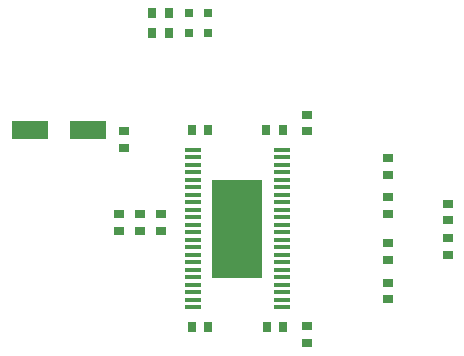
<source format=gtp>
G04*
G04 #@! TF.GenerationSoftware,Altium Limited,Altium Designer,20.2.7 (254)*
G04*
G04 Layer_Color=8421504*
%FSLAX24Y24*%
%MOIN*%
G70*
G04*
G04 #@! TF.SameCoordinates,A2DF4F17-84A0-47B6-94FA-DBA5B2F971EF*
G04*
G04*
G04 #@! TF.FilePolarity,Positive*
G04*
G01*
G75*
%ADD18R,0.0374X0.0315*%
%ADD19R,0.0315X0.0374*%
%ADD20R,0.0315X0.0315*%
%ADD21R,0.1240X0.0630*%
%ADD22R,0.1697X0.3252*%
%ADD23O,0.0551X0.0157*%
D18*
X36000Y26699D02*
D03*
Y27250D02*
D03*
Y28776D02*
D03*
Y28224D02*
D03*
Y25374D02*
D03*
Y25926D02*
D03*
Y30076D02*
D03*
Y29524D02*
D03*
X38000Y27401D02*
D03*
Y26850D02*
D03*
Y28551D02*
D03*
Y28000D02*
D03*
X33300Y23924D02*
D03*
Y24476D02*
D03*
X28450Y27657D02*
D03*
Y28208D02*
D03*
X27750Y28206D02*
D03*
Y27654D02*
D03*
X27050Y28206D02*
D03*
Y27654D02*
D03*
X33300Y30974D02*
D03*
Y31526D02*
D03*
X27200Y30976D02*
D03*
Y30424D02*
D03*
D19*
X29474Y24450D02*
D03*
X30026D02*
D03*
X28149Y34900D02*
D03*
X28700D02*
D03*
X28149Y34250D02*
D03*
X28700D02*
D03*
X32500Y31000D02*
D03*
X31949D02*
D03*
X29474D02*
D03*
X30026D02*
D03*
X32526Y24450D02*
D03*
X31974D02*
D03*
D20*
X30015Y34900D02*
D03*
X29385D02*
D03*
X30015Y34250D02*
D03*
X29385D02*
D03*
D21*
X26000Y31000D02*
D03*
X24071D02*
D03*
D22*
X30996Y27725D02*
D03*
D23*
X32492Y25100D02*
D03*
Y25350D02*
D03*
Y25600D02*
D03*
Y25850D02*
D03*
Y26100D02*
D03*
Y26350D02*
D03*
Y26600D02*
D03*
Y26850D02*
D03*
Y27100D02*
D03*
Y27350D02*
D03*
Y27600D02*
D03*
Y27850D02*
D03*
Y28100D02*
D03*
Y28350D02*
D03*
Y28600D02*
D03*
Y28850D02*
D03*
Y29100D02*
D03*
Y29350D02*
D03*
Y29600D02*
D03*
Y29850D02*
D03*
Y30100D02*
D03*
Y30350D02*
D03*
X29500Y25100D02*
D03*
Y25350D02*
D03*
Y25600D02*
D03*
Y25850D02*
D03*
Y26100D02*
D03*
Y26350D02*
D03*
Y26600D02*
D03*
Y26850D02*
D03*
Y27100D02*
D03*
Y27350D02*
D03*
Y27600D02*
D03*
Y27850D02*
D03*
Y28100D02*
D03*
Y28350D02*
D03*
Y28600D02*
D03*
Y28850D02*
D03*
Y29100D02*
D03*
Y29350D02*
D03*
Y29600D02*
D03*
Y29850D02*
D03*
Y30100D02*
D03*
Y30350D02*
D03*
M02*

</source>
